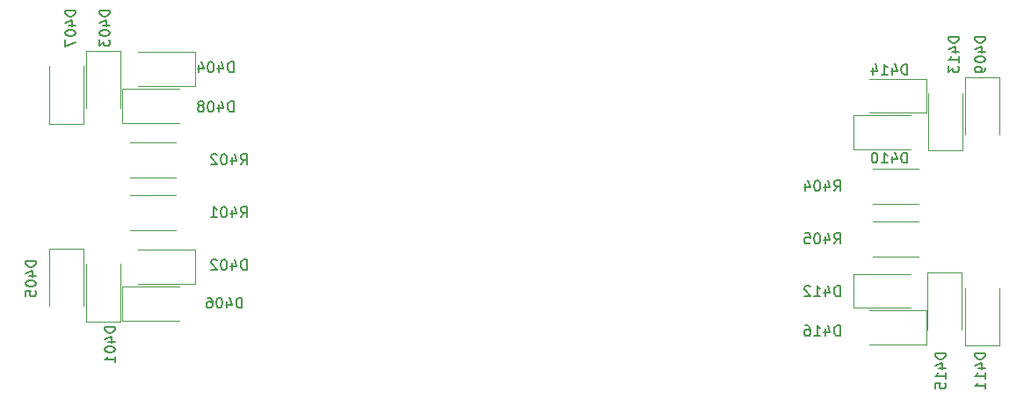
<source format=gbr>
%TF.GenerationSoftware,KiCad,Pcbnew,9.0.3*%
%TF.CreationDate,2025-10-17T11:05:45+02:00*%
%TF.ProjectId,PCB_Driver_Stepper,5043425f-4472-4697-9665-725f53746570,rev?*%
%TF.SameCoordinates,Original*%
%TF.FileFunction,Legend,Bot*%
%TF.FilePolarity,Positive*%
%FSLAX46Y46*%
G04 Gerber Fmt 4.6, Leading zero omitted, Abs format (unit mm)*
G04 Created by KiCad (PCBNEW 9.0.3) date 2025-10-17 11:05:45*
%MOMM*%
%LPD*%
G01*
G04 APERTURE LIST*
%ADD10C,0.150000*%
%ADD11C,0.120000*%
G04 APERTURE END LIST*
D10*
X110635475Y-94194819D02*
X110635475Y-93194819D01*
X110635475Y-93194819D02*
X110397380Y-93194819D01*
X110397380Y-93194819D02*
X110254523Y-93242438D01*
X110254523Y-93242438D02*
X110159285Y-93337676D01*
X110159285Y-93337676D02*
X110111666Y-93432914D01*
X110111666Y-93432914D02*
X110064047Y-93623390D01*
X110064047Y-93623390D02*
X110064047Y-93766247D01*
X110064047Y-93766247D02*
X110111666Y-93956723D01*
X110111666Y-93956723D02*
X110159285Y-94051961D01*
X110159285Y-94051961D02*
X110254523Y-94147200D01*
X110254523Y-94147200D02*
X110397380Y-94194819D01*
X110397380Y-94194819D02*
X110635475Y-94194819D01*
X109206904Y-93528152D02*
X109206904Y-94194819D01*
X109444999Y-93147200D02*
X109683094Y-93861485D01*
X109683094Y-93861485D02*
X109064047Y-93861485D01*
X108492618Y-93194819D02*
X108397380Y-93194819D01*
X108397380Y-93194819D02*
X108302142Y-93242438D01*
X108302142Y-93242438D02*
X108254523Y-93290057D01*
X108254523Y-93290057D02*
X108206904Y-93385295D01*
X108206904Y-93385295D02*
X108159285Y-93575771D01*
X108159285Y-93575771D02*
X108159285Y-93813866D01*
X108159285Y-93813866D02*
X108206904Y-94004342D01*
X108206904Y-94004342D02*
X108254523Y-94099580D01*
X108254523Y-94099580D02*
X108302142Y-94147200D01*
X108302142Y-94147200D02*
X108397380Y-94194819D01*
X108397380Y-94194819D02*
X108492618Y-94194819D01*
X108492618Y-94194819D02*
X108587856Y-94147200D01*
X108587856Y-94147200D02*
X108635475Y-94099580D01*
X108635475Y-94099580D02*
X108683094Y-94004342D01*
X108683094Y-94004342D02*
X108730713Y-93813866D01*
X108730713Y-93813866D02*
X108730713Y-93575771D01*
X108730713Y-93575771D02*
X108683094Y-93385295D01*
X108683094Y-93385295D02*
X108635475Y-93290057D01*
X108635475Y-93290057D02*
X108587856Y-93242438D01*
X108587856Y-93242438D02*
X108492618Y-93194819D01*
X107778332Y-93290057D02*
X107730713Y-93242438D01*
X107730713Y-93242438D02*
X107635475Y-93194819D01*
X107635475Y-93194819D02*
X107397380Y-93194819D01*
X107397380Y-93194819D02*
X107302142Y-93242438D01*
X107302142Y-93242438D02*
X107254523Y-93290057D01*
X107254523Y-93290057D02*
X107206904Y-93385295D01*
X107206904Y-93385295D02*
X107206904Y-93480533D01*
X107206904Y-93480533D02*
X107254523Y-93623390D01*
X107254523Y-93623390D02*
X107825951Y-94194819D01*
X107825951Y-94194819D02*
X107206904Y-94194819D01*
X174262475Y-75372819D02*
X174262475Y-74372819D01*
X174262475Y-74372819D02*
X174024380Y-74372819D01*
X174024380Y-74372819D02*
X173881523Y-74420438D01*
X173881523Y-74420438D02*
X173786285Y-74515676D01*
X173786285Y-74515676D02*
X173738666Y-74610914D01*
X173738666Y-74610914D02*
X173691047Y-74801390D01*
X173691047Y-74801390D02*
X173691047Y-74944247D01*
X173691047Y-74944247D02*
X173738666Y-75134723D01*
X173738666Y-75134723D02*
X173786285Y-75229961D01*
X173786285Y-75229961D02*
X173881523Y-75325200D01*
X173881523Y-75325200D02*
X174024380Y-75372819D01*
X174024380Y-75372819D02*
X174262475Y-75372819D01*
X172833904Y-74706152D02*
X172833904Y-75372819D01*
X173071999Y-74325200D02*
X173310094Y-75039485D01*
X173310094Y-75039485D02*
X172691047Y-75039485D01*
X171786285Y-75372819D02*
X172357713Y-75372819D01*
X172071999Y-75372819D02*
X172071999Y-74372819D01*
X172071999Y-74372819D02*
X172167237Y-74515676D01*
X172167237Y-74515676D02*
X172262475Y-74610914D01*
X172262475Y-74610914D02*
X172357713Y-74658533D01*
X170929142Y-74706152D02*
X170929142Y-75372819D01*
X171167237Y-74325200D02*
X171405332Y-75039485D01*
X171405332Y-75039485D02*
X170786285Y-75039485D01*
X177979819Y-102209524D02*
X176979819Y-102209524D01*
X176979819Y-102209524D02*
X176979819Y-102447619D01*
X176979819Y-102447619D02*
X177027438Y-102590476D01*
X177027438Y-102590476D02*
X177122676Y-102685714D01*
X177122676Y-102685714D02*
X177217914Y-102733333D01*
X177217914Y-102733333D02*
X177408390Y-102780952D01*
X177408390Y-102780952D02*
X177551247Y-102780952D01*
X177551247Y-102780952D02*
X177741723Y-102733333D01*
X177741723Y-102733333D02*
X177836961Y-102685714D01*
X177836961Y-102685714D02*
X177932200Y-102590476D01*
X177932200Y-102590476D02*
X177979819Y-102447619D01*
X177979819Y-102447619D02*
X177979819Y-102209524D01*
X177313152Y-103638095D02*
X177979819Y-103638095D01*
X176932200Y-103400000D02*
X177646485Y-103161905D01*
X177646485Y-103161905D02*
X177646485Y-103780952D01*
X177979819Y-104685714D02*
X177979819Y-104114286D01*
X177979819Y-104400000D02*
X176979819Y-104400000D01*
X176979819Y-104400000D02*
X177122676Y-104304762D01*
X177122676Y-104304762D02*
X177217914Y-104209524D01*
X177217914Y-104209524D02*
X177265533Y-104114286D01*
X176979819Y-105590476D02*
X176979819Y-105114286D01*
X176979819Y-105114286D02*
X177456009Y-105066667D01*
X177456009Y-105066667D02*
X177408390Y-105114286D01*
X177408390Y-105114286D02*
X177360771Y-105209524D01*
X177360771Y-105209524D02*
X177360771Y-105447619D01*
X177360771Y-105447619D02*
X177408390Y-105542857D01*
X177408390Y-105542857D02*
X177456009Y-105590476D01*
X177456009Y-105590476D02*
X177551247Y-105638095D01*
X177551247Y-105638095D02*
X177789342Y-105638095D01*
X177789342Y-105638095D02*
X177884580Y-105590476D01*
X177884580Y-105590476D02*
X177932200Y-105542857D01*
X177932200Y-105542857D02*
X177979819Y-105447619D01*
X177979819Y-105447619D02*
X177979819Y-105209524D01*
X177979819Y-105209524D02*
X177932200Y-105114286D01*
X177932200Y-105114286D02*
X177884580Y-105066667D01*
X167214047Y-91654819D02*
X167547380Y-91178628D01*
X167785475Y-91654819D02*
X167785475Y-90654819D01*
X167785475Y-90654819D02*
X167404523Y-90654819D01*
X167404523Y-90654819D02*
X167309285Y-90702438D01*
X167309285Y-90702438D02*
X167261666Y-90750057D01*
X167261666Y-90750057D02*
X167214047Y-90845295D01*
X167214047Y-90845295D02*
X167214047Y-90988152D01*
X167214047Y-90988152D02*
X167261666Y-91083390D01*
X167261666Y-91083390D02*
X167309285Y-91131009D01*
X167309285Y-91131009D02*
X167404523Y-91178628D01*
X167404523Y-91178628D02*
X167785475Y-91178628D01*
X166356904Y-90988152D02*
X166356904Y-91654819D01*
X166594999Y-90607200D02*
X166833094Y-91321485D01*
X166833094Y-91321485D02*
X166214047Y-91321485D01*
X165642618Y-90654819D02*
X165547380Y-90654819D01*
X165547380Y-90654819D02*
X165452142Y-90702438D01*
X165452142Y-90702438D02*
X165404523Y-90750057D01*
X165404523Y-90750057D02*
X165356904Y-90845295D01*
X165356904Y-90845295D02*
X165309285Y-91035771D01*
X165309285Y-91035771D02*
X165309285Y-91273866D01*
X165309285Y-91273866D02*
X165356904Y-91464342D01*
X165356904Y-91464342D02*
X165404523Y-91559580D01*
X165404523Y-91559580D02*
X165452142Y-91607200D01*
X165452142Y-91607200D02*
X165547380Y-91654819D01*
X165547380Y-91654819D02*
X165642618Y-91654819D01*
X165642618Y-91654819D02*
X165737856Y-91607200D01*
X165737856Y-91607200D02*
X165785475Y-91559580D01*
X165785475Y-91559580D02*
X165833094Y-91464342D01*
X165833094Y-91464342D02*
X165880713Y-91273866D01*
X165880713Y-91273866D02*
X165880713Y-91035771D01*
X165880713Y-91035771D02*
X165833094Y-90845295D01*
X165833094Y-90845295D02*
X165785475Y-90750057D01*
X165785475Y-90750057D02*
X165737856Y-90702438D01*
X165737856Y-90702438D02*
X165642618Y-90654819D01*
X164404523Y-90654819D02*
X164880713Y-90654819D01*
X164880713Y-90654819D02*
X164928332Y-91131009D01*
X164928332Y-91131009D02*
X164880713Y-91083390D01*
X164880713Y-91083390D02*
X164785475Y-91035771D01*
X164785475Y-91035771D02*
X164547380Y-91035771D01*
X164547380Y-91035771D02*
X164452142Y-91083390D01*
X164452142Y-91083390D02*
X164404523Y-91131009D01*
X164404523Y-91131009D02*
X164356904Y-91226247D01*
X164356904Y-91226247D02*
X164356904Y-91464342D01*
X164356904Y-91464342D02*
X164404523Y-91559580D01*
X164404523Y-91559580D02*
X164452142Y-91607200D01*
X164452142Y-91607200D02*
X164547380Y-91654819D01*
X164547380Y-91654819D02*
X164785475Y-91654819D01*
X164785475Y-91654819D02*
X164880713Y-91607200D01*
X164880713Y-91607200D02*
X164928332Y-91559580D01*
X97969819Y-99669524D02*
X96969819Y-99669524D01*
X96969819Y-99669524D02*
X96969819Y-99907619D01*
X96969819Y-99907619D02*
X97017438Y-100050476D01*
X97017438Y-100050476D02*
X97112676Y-100145714D01*
X97112676Y-100145714D02*
X97207914Y-100193333D01*
X97207914Y-100193333D02*
X97398390Y-100240952D01*
X97398390Y-100240952D02*
X97541247Y-100240952D01*
X97541247Y-100240952D02*
X97731723Y-100193333D01*
X97731723Y-100193333D02*
X97826961Y-100145714D01*
X97826961Y-100145714D02*
X97922200Y-100050476D01*
X97922200Y-100050476D02*
X97969819Y-99907619D01*
X97969819Y-99907619D02*
X97969819Y-99669524D01*
X97303152Y-101098095D02*
X97969819Y-101098095D01*
X96922200Y-100860000D02*
X97636485Y-100621905D01*
X97636485Y-100621905D02*
X97636485Y-101240952D01*
X96969819Y-101812381D02*
X96969819Y-101907619D01*
X96969819Y-101907619D02*
X97017438Y-102002857D01*
X97017438Y-102002857D02*
X97065057Y-102050476D01*
X97065057Y-102050476D02*
X97160295Y-102098095D01*
X97160295Y-102098095D02*
X97350771Y-102145714D01*
X97350771Y-102145714D02*
X97588866Y-102145714D01*
X97588866Y-102145714D02*
X97779342Y-102098095D01*
X97779342Y-102098095D02*
X97874580Y-102050476D01*
X97874580Y-102050476D02*
X97922200Y-102002857D01*
X97922200Y-102002857D02*
X97969819Y-101907619D01*
X97969819Y-101907619D02*
X97969819Y-101812381D01*
X97969819Y-101812381D02*
X97922200Y-101717143D01*
X97922200Y-101717143D02*
X97874580Y-101669524D01*
X97874580Y-101669524D02*
X97779342Y-101621905D01*
X97779342Y-101621905D02*
X97588866Y-101574286D01*
X97588866Y-101574286D02*
X97350771Y-101574286D01*
X97350771Y-101574286D02*
X97160295Y-101621905D01*
X97160295Y-101621905D02*
X97065057Y-101669524D01*
X97065057Y-101669524D02*
X97017438Y-101717143D01*
X97017438Y-101717143D02*
X96969819Y-101812381D01*
X97969819Y-103098095D02*
X97969819Y-102526667D01*
X97969819Y-102812381D02*
X96969819Y-102812381D01*
X96969819Y-102812381D02*
X97112676Y-102717143D01*
X97112676Y-102717143D02*
X97207914Y-102621905D01*
X97207914Y-102621905D02*
X97255533Y-102526667D01*
X167785475Y-96734819D02*
X167785475Y-95734819D01*
X167785475Y-95734819D02*
X167547380Y-95734819D01*
X167547380Y-95734819D02*
X167404523Y-95782438D01*
X167404523Y-95782438D02*
X167309285Y-95877676D01*
X167309285Y-95877676D02*
X167261666Y-95972914D01*
X167261666Y-95972914D02*
X167214047Y-96163390D01*
X167214047Y-96163390D02*
X167214047Y-96306247D01*
X167214047Y-96306247D02*
X167261666Y-96496723D01*
X167261666Y-96496723D02*
X167309285Y-96591961D01*
X167309285Y-96591961D02*
X167404523Y-96687200D01*
X167404523Y-96687200D02*
X167547380Y-96734819D01*
X167547380Y-96734819D02*
X167785475Y-96734819D01*
X166356904Y-96068152D02*
X166356904Y-96734819D01*
X166594999Y-95687200D02*
X166833094Y-96401485D01*
X166833094Y-96401485D02*
X166214047Y-96401485D01*
X165309285Y-96734819D02*
X165880713Y-96734819D01*
X165594999Y-96734819D02*
X165594999Y-95734819D01*
X165594999Y-95734819D02*
X165690237Y-95877676D01*
X165690237Y-95877676D02*
X165785475Y-95972914D01*
X165785475Y-95972914D02*
X165880713Y-96020533D01*
X164928332Y-95830057D02*
X164880713Y-95782438D01*
X164880713Y-95782438D02*
X164785475Y-95734819D01*
X164785475Y-95734819D02*
X164547380Y-95734819D01*
X164547380Y-95734819D02*
X164452142Y-95782438D01*
X164452142Y-95782438D02*
X164404523Y-95830057D01*
X164404523Y-95830057D02*
X164356904Y-95925295D01*
X164356904Y-95925295D02*
X164356904Y-96020533D01*
X164356904Y-96020533D02*
X164404523Y-96163390D01*
X164404523Y-96163390D02*
X164975951Y-96734819D01*
X164975951Y-96734819D02*
X164356904Y-96734819D01*
X110064047Y-89114819D02*
X110397380Y-88638628D01*
X110635475Y-89114819D02*
X110635475Y-88114819D01*
X110635475Y-88114819D02*
X110254523Y-88114819D01*
X110254523Y-88114819D02*
X110159285Y-88162438D01*
X110159285Y-88162438D02*
X110111666Y-88210057D01*
X110111666Y-88210057D02*
X110064047Y-88305295D01*
X110064047Y-88305295D02*
X110064047Y-88448152D01*
X110064047Y-88448152D02*
X110111666Y-88543390D01*
X110111666Y-88543390D02*
X110159285Y-88591009D01*
X110159285Y-88591009D02*
X110254523Y-88638628D01*
X110254523Y-88638628D02*
X110635475Y-88638628D01*
X109206904Y-88448152D02*
X109206904Y-89114819D01*
X109444999Y-88067200D02*
X109683094Y-88781485D01*
X109683094Y-88781485D02*
X109064047Y-88781485D01*
X108492618Y-88114819D02*
X108397380Y-88114819D01*
X108397380Y-88114819D02*
X108302142Y-88162438D01*
X108302142Y-88162438D02*
X108254523Y-88210057D01*
X108254523Y-88210057D02*
X108206904Y-88305295D01*
X108206904Y-88305295D02*
X108159285Y-88495771D01*
X108159285Y-88495771D02*
X108159285Y-88733866D01*
X108159285Y-88733866D02*
X108206904Y-88924342D01*
X108206904Y-88924342D02*
X108254523Y-89019580D01*
X108254523Y-89019580D02*
X108302142Y-89067200D01*
X108302142Y-89067200D02*
X108397380Y-89114819D01*
X108397380Y-89114819D02*
X108492618Y-89114819D01*
X108492618Y-89114819D02*
X108587856Y-89067200D01*
X108587856Y-89067200D02*
X108635475Y-89019580D01*
X108635475Y-89019580D02*
X108683094Y-88924342D01*
X108683094Y-88924342D02*
X108730713Y-88733866D01*
X108730713Y-88733866D02*
X108730713Y-88495771D01*
X108730713Y-88495771D02*
X108683094Y-88305295D01*
X108683094Y-88305295D02*
X108635475Y-88210057D01*
X108635475Y-88210057D02*
X108587856Y-88162438D01*
X108587856Y-88162438D02*
X108492618Y-88114819D01*
X107206904Y-89114819D02*
X107778332Y-89114819D01*
X107492618Y-89114819D02*
X107492618Y-88114819D01*
X107492618Y-88114819D02*
X107587856Y-88257676D01*
X107587856Y-88257676D02*
X107683094Y-88352914D01*
X107683094Y-88352914D02*
X107778332Y-88400533D01*
X167785475Y-100544819D02*
X167785475Y-99544819D01*
X167785475Y-99544819D02*
X167547380Y-99544819D01*
X167547380Y-99544819D02*
X167404523Y-99592438D01*
X167404523Y-99592438D02*
X167309285Y-99687676D01*
X167309285Y-99687676D02*
X167261666Y-99782914D01*
X167261666Y-99782914D02*
X167214047Y-99973390D01*
X167214047Y-99973390D02*
X167214047Y-100116247D01*
X167214047Y-100116247D02*
X167261666Y-100306723D01*
X167261666Y-100306723D02*
X167309285Y-100401961D01*
X167309285Y-100401961D02*
X167404523Y-100497200D01*
X167404523Y-100497200D02*
X167547380Y-100544819D01*
X167547380Y-100544819D02*
X167785475Y-100544819D01*
X166356904Y-99878152D02*
X166356904Y-100544819D01*
X166594999Y-99497200D02*
X166833094Y-100211485D01*
X166833094Y-100211485D02*
X166214047Y-100211485D01*
X165309285Y-100544819D02*
X165880713Y-100544819D01*
X165594999Y-100544819D02*
X165594999Y-99544819D01*
X165594999Y-99544819D02*
X165690237Y-99687676D01*
X165690237Y-99687676D02*
X165785475Y-99782914D01*
X165785475Y-99782914D02*
X165880713Y-99830533D01*
X164452142Y-99544819D02*
X164642618Y-99544819D01*
X164642618Y-99544819D02*
X164737856Y-99592438D01*
X164737856Y-99592438D02*
X164785475Y-99640057D01*
X164785475Y-99640057D02*
X164880713Y-99782914D01*
X164880713Y-99782914D02*
X164928332Y-99973390D01*
X164928332Y-99973390D02*
X164928332Y-100354342D01*
X164928332Y-100354342D02*
X164880713Y-100449580D01*
X164880713Y-100449580D02*
X164833094Y-100497200D01*
X164833094Y-100497200D02*
X164737856Y-100544819D01*
X164737856Y-100544819D02*
X164547380Y-100544819D01*
X164547380Y-100544819D02*
X164452142Y-100497200D01*
X164452142Y-100497200D02*
X164404523Y-100449580D01*
X164404523Y-100449580D02*
X164356904Y-100354342D01*
X164356904Y-100354342D02*
X164356904Y-100116247D01*
X164356904Y-100116247D02*
X164404523Y-100021009D01*
X164404523Y-100021009D02*
X164452142Y-99973390D01*
X164452142Y-99973390D02*
X164547380Y-99925771D01*
X164547380Y-99925771D02*
X164737856Y-99925771D01*
X164737856Y-99925771D02*
X164833094Y-99973390D01*
X164833094Y-99973390D02*
X164880713Y-100021009D01*
X164880713Y-100021009D02*
X164928332Y-100116247D01*
X181789819Y-71729524D02*
X180789819Y-71729524D01*
X180789819Y-71729524D02*
X180789819Y-71967619D01*
X180789819Y-71967619D02*
X180837438Y-72110476D01*
X180837438Y-72110476D02*
X180932676Y-72205714D01*
X180932676Y-72205714D02*
X181027914Y-72253333D01*
X181027914Y-72253333D02*
X181218390Y-72300952D01*
X181218390Y-72300952D02*
X181361247Y-72300952D01*
X181361247Y-72300952D02*
X181551723Y-72253333D01*
X181551723Y-72253333D02*
X181646961Y-72205714D01*
X181646961Y-72205714D02*
X181742200Y-72110476D01*
X181742200Y-72110476D02*
X181789819Y-71967619D01*
X181789819Y-71967619D02*
X181789819Y-71729524D01*
X181123152Y-73158095D02*
X181789819Y-73158095D01*
X180742200Y-72920000D02*
X181456485Y-72681905D01*
X181456485Y-72681905D02*
X181456485Y-73300952D01*
X180789819Y-73872381D02*
X180789819Y-73967619D01*
X180789819Y-73967619D02*
X180837438Y-74062857D01*
X180837438Y-74062857D02*
X180885057Y-74110476D01*
X180885057Y-74110476D02*
X180980295Y-74158095D01*
X180980295Y-74158095D02*
X181170771Y-74205714D01*
X181170771Y-74205714D02*
X181408866Y-74205714D01*
X181408866Y-74205714D02*
X181599342Y-74158095D01*
X181599342Y-74158095D02*
X181694580Y-74110476D01*
X181694580Y-74110476D02*
X181742200Y-74062857D01*
X181742200Y-74062857D02*
X181789819Y-73967619D01*
X181789819Y-73967619D02*
X181789819Y-73872381D01*
X181789819Y-73872381D02*
X181742200Y-73777143D01*
X181742200Y-73777143D02*
X181694580Y-73729524D01*
X181694580Y-73729524D02*
X181599342Y-73681905D01*
X181599342Y-73681905D02*
X181408866Y-73634286D01*
X181408866Y-73634286D02*
X181170771Y-73634286D01*
X181170771Y-73634286D02*
X180980295Y-73681905D01*
X180980295Y-73681905D02*
X180885057Y-73729524D01*
X180885057Y-73729524D02*
X180837438Y-73777143D01*
X180837438Y-73777143D02*
X180789819Y-73872381D01*
X181789819Y-74681905D02*
X181789819Y-74872381D01*
X181789819Y-74872381D02*
X181742200Y-74967619D01*
X181742200Y-74967619D02*
X181694580Y-75015238D01*
X181694580Y-75015238D02*
X181551723Y-75110476D01*
X181551723Y-75110476D02*
X181361247Y-75158095D01*
X181361247Y-75158095D02*
X180980295Y-75158095D01*
X180980295Y-75158095D02*
X180885057Y-75110476D01*
X180885057Y-75110476D02*
X180837438Y-75062857D01*
X180837438Y-75062857D02*
X180789819Y-74967619D01*
X180789819Y-74967619D02*
X180789819Y-74777143D01*
X180789819Y-74777143D02*
X180837438Y-74681905D01*
X180837438Y-74681905D02*
X180885057Y-74634286D01*
X180885057Y-74634286D02*
X180980295Y-74586667D01*
X180980295Y-74586667D02*
X181218390Y-74586667D01*
X181218390Y-74586667D02*
X181313628Y-74634286D01*
X181313628Y-74634286D02*
X181361247Y-74681905D01*
X181361247Y-74681905D02*
X181408866Y-74777143D01*
X181408866Y-74777143D02*
X181408866Y-74967619D01*
X181408866Y-74967619D02*
X181361247Y-75062857D01*
X181361247Y-75062857D02*
X181313628Y-75110476D01*
X181313628Y-75110476D02*
X181218390Y-75158095D01*
X167214047Y-86574819D02*
X167547380Y-86098628D01*
X167785475Y-86574819D02*
X167785475Y-85574819D01*
X167785475Y-85574819D02*
X167404523Y-85574819D01*
X167404523Y-85574819D02*
X167309285Y-85622438D01*
X167309285Y-85622438D02*
X167261666Y-85670057D01*
X167261666Y-85670057D02*
X167214047Y-85765295D01*
X167214047Y-85765295D02*
X167214047Y-85908152D01*
X167214047Y-85908152D02*
X167261666Y-86003390D01*
X167261666Y-86003390D02*
X167309285Y-86051009D01*
X167309285Y-86051009D02*
X167404523Y-86098628D01*
X167404523Y-86098628D02*
X167785475Y-86098628D01*
X166356904Y-85908152D02*
X166356904Y-86574819D01*
X166594999Y-85527200D02*
X166833094Y-86241485D01*
X166833094Y-86241485D02*
X166214047Y-86241485D01*
X165642618Y-85574819D02*
X165547380Y-85574819D01*
X165547380Y-85574819D02*
X165452142Y-85622438D01*
X165452142Y-85622438D02*
X165404523Y-85670057D01*
X165404523Y-85670057D02*
X165356904Y-85765295D01*
X165356904Y-85765295D02*
X165309285Y-85955771D01*
X165309285Y-85955771D02*
X165309285Y-86193866D01*
X165309285Y-86193866D02*
X165356904Y-86384342D01*
X165356904Y-86384342D02*
X165404523Y-86479580D01*
X165404523Y-86479580D02*
X165452142Y-86527200D01*
X165452142Y-86527200D02*
X165547380Y-86574819D01*
X165547380Y-86574819D02*
X165642618Y-86574819D01*
X165642618Y-86574819D02*
X165737856Y-86527200D01*
X165737856Y-86527200D02*
X165785475Y-86479580D01*
X165785475Y-86479580D02*
X165833094Y-86384342D01*
X165833094Y-86384342D02*
X165880713Y-86193866D01*
X165880713Y-86193866D02*
X165880713Y-85955771D01*
X165880713Y-85955771D02*
X165833094Y-85765295D01*
X165833094Y-85765295D02*
X165785475Y-85670057D01*
X165785475Y-85670057D02*
X165737856Y-85622438D01*
X165737856Y-85622438D02*
X165642618Y-85574819D01*
X164452142Y-85908152D02*
X164452142Y-86574819D01*
X164690237Y-85527200D02*
X164928332Y-86241485D01*
X164928332Y-86241485D02*
X164309285Y-86241485D01*
X90349819Y-93319524D02*
X89349819Y-93319524D01*
X89349819Y-93319524D02*
X89349819Y-93557619D01*
X89349819Y-93557619D02*
X89397438Y-93700476D01*
X89397438Y-93700476D02*
X89492676Y-93795714D01*
X89492676Y-93795714D02*
X89587914Y-93843333D01*
X89587914Y-93843333D02*
X89778390Y-93890952D01*
X89778390Y-93890952D02*
X89921247Y-93890952D01*
X89921247Y-93890952D02*
X90111723Y-93843333D01*
X90111723Y-93843333D02*
X90206961Y-93795714D01*
X90206961Y-93795714D02*
X90302200Y-93700476D01*
X90302200Y-93700476D02*
X90349819Y-93557619D01*
X90349819Y-93557619D02*
X90349819Y-93319524D01*
X89683152Y-94748095D02*
X90349819Y-94748095D01*
X89302200Y-94510000D02*
X90016485Y-94271905D01*
X90016485Y-94271905D02*
X90016485Y-94890952D01*
X89349819Y-95462381D02*
X89349819Y-95557619D01*
X89349819Y-95557619D02*
X89397438Y-95652857D01*
X89397438Y-95652857D02*
X89445057Y-95700476D01*
X89445057Y-95700476D02*
X89540295Y-95748095D01*
X89540295Y-95748095D02*
X89730771Y-95795714D01*
X89730771Y-95795714D02*
X89968866Y-95795714D01*
X89968866Y-95795714D02*
X90159342Y-95748095D01*
X90159342Y-95748095D02*
X90254580Y-95700476D01*
X90254580Y-95700476D02*
X90302200Y-95652857D01*
X90302200Y-95652857D02*
X90349819Y-95557619D01*
X90349819Y-95557619D02*
X90349819Y-95462381D01*
X90349819Y-95462381D02*
X90302200Y-95367143D01*
X90302200Y-95367143D02*
X90254580Y-95319524D01*
X90254580Y-95319524D02*
X90159342Y-95271905D01*
X90159342Y-95271905D02*
X89968866Y-95224286D01*
X89968866Y-95224286D02*
X89730771Y-95224286D01*
X89730771Y-95224286D02*
X89540295Y-95271905D01*
X89540295Y-95271905D02*
X89445057Y-95319524D01*
X89445057Y-95319524D02*
X89397438Y-95367143D01*
X89397438Y-95367143D02*
X89349819Y-95462381D01*
X89349819Y-96700476D02*
X89349819Y-96224286D01*
X89349819Y-96224286D02*
X89826009Y-96176667D01*
X89826009Y-96176667D02*
X89778390Y-96224286D01*
X89778390Y-96224286D02*
X89730771Y-96319524D01*
X89730771Y-96319524D02*
X89730771Y-96557619D01*
X89730771Y-96557619D02*
X89778390Y-96652857D01*
X89778390Y-96652857D02*
X89826009Y-96700476D01*
X89826009Y-96700476D02*
X89921247Y-96748095D01*
X89921247Y-96748095D02*
X90159342Y-96748095D01*
X90159342Y-96748095D02*
X90254580Y-96700476D01*
X90254580Y-96700476D02*
X90302200Y-96652857D01*
X90302200Y-96652857D02*
X90349819Y-96557619D01*
X90349819Y-96557619D02*
X90349819Y-96319524D01*
X90349819Y-96319524D02*
X90302200Y-96224286D01*
X90302200Y-96224286D02*
X90254580Y-96176667D01*
X109365475Y-78954819D02*
X109365475Y-77954819D01*
X109365475Y-77954819D02*
X109127380Y-77954819D01*
X109127380Y-77954819D02*
X108984523Y-78002438D01*
X108984523Y-78002438D02*
X108889285Y-78097676D01*
X108889285Y-78097676D02*
X108841666Y-78192914D01*
X108841666Y-78192914D02*
X108794047Y-78383390D01*
X108794047Y-78383390D02*
X108794047Y-78526247D01*
X108794047Y-78526247D02*
X108841666Y-78716723D01*
X108841666Y-78716723D02*
X108889285Y-78811961D01*
X108889285Y-78811961D02*
X108984523Y-78907200D01*
X108984523Y-78907200D02*
X109127380Y-78954819D01*
X109127380Y-78954819D02*
X109365475Y-78954819D01*
X107936904Y-78288152D02*
X107936904Y-78954819D01*
X108174999Y-77907200D02*
X108413094Y-78621485D01*
X108413094Y-78621485D02*
X107794047Y-78621485D01*
X107222618Y-77954819D02*
X107127380Y-77954819D01*
X107127380Y-77954819D02*
X107032142Y-78002438D01*
X107032142Y-78002438D02*
X106984523Y-78050057D01*
X106984523Y-78050057D02*
X106936904Y-78145295D01*
X106936904Y-78145295D02*
X106889285Y-78335771D01*
X106889285Y-78335771D02*
X106889285Y-78573866D01*
X106889285Y-78573866D02*
X106936904Y-78764342D01*
X106936904Y-78764342D02*
X106984523Y-78859580D01*
X106984523Y-78859580D02*
X107032142Y-78907200D01*
X107032142Y-78907200D02*
X107127380Y-78954819D01*
X107127380Y-78954819D02*
X107222618Y-78954819D01*
X107222618Y-78954819D02*
X107317856Y-78907200D01*
X107317856Y-78907200D02*
X107365475Y-78859580D01*
X107365475Y-78859580D02*
X107413094Y-78764342D01*
X107413094Y-78764342D02*
X107460713Y-78573866D01*
X107460713Y-78573866D02*
X107460713Y-78335771D01*
X107460713Y-78335771D02*
X107413094Y-78145295D01*
X107413094Y-78145295D02*
X107365475Y-78050057D01*
X107365475Y-78050057D02*
X107317856Y-78002438D01*
X107317856Y-78002438D02*
X107222618Y-77954819D01*
X106317856Y-78383390D02*
X106413094Y-78335771D01*
X106413094Y-78335771D02*
X106460713Y-78288152D01*
X106460713Y-78288152D02*
X106508332Y-78192914D01*
X106508332Y-78192914D02*
X106508332Y-78145295D01*
X106508332Y-78145295D02*
X106460713Y-78050057D01*
X106460713Y-78050057D02*
X106413094Y-78002438D01*
X106413094Y-78002438D02*
X106317856Y-77954819D01*
X106317856Y-77954819D02*
X106127380Y-77954819D01*
X106127380Y-77954819D02*
X106032142Y-78002438D01*
X106032142Y-78002438D02*
X105984523Y-78050057D01*
X105984523Y-78050057D02*
X105936904Y-78145295D01*
X105936904Y-78145295D02*
X105936904Y-78192914D01*
X105936904Y-78192914D02*
X105984523Y-78288152D01*
X105984523Y-78288152D02*
X106032142Y-78335771D01*
X106032142Y-78335771D02*
X106127380Y-78383390D01*
X106127380Y-78383390D02*
X106317856Y-78383390D01*
X106317856Y-78383390D02*
X106413094Y-78431009D01*
X106413094Y-78431009D02*
X106460713Y-78478628D01*
X106460713Y-78478628D02*
X106508332Y-78573866D01*
X106508332Y-78573866D02*
X106508332Y-78764342D01*
X106508332Y-78764342D02*
X106460713Y-78859580D01*
X106460713Y-78859580D02*
X106413094Y-78907200D01*
X106413094Y-78907200D02*
X106317856Y-78954819D01*
X106317856Y-78954819D02*
X106127380Y-78954819D01*
X106127380Y-78954819D02*
X106032142Y-78907200D01*
X106032142Y-78907200D02*
X105984523Y-78859580D01*
X105984523Y-78859580D02*
X105936904Y-78764342D01*
X105936904Y-78764342D02*
X105936904Y-78573866D01*
X105936904Y-78573866D02*
X105984523Y-78478628D01*
X105984523Y-78478628D02*
X106032142Y-78431009D01*
X106032142Y-78431009D02*
X106127380Y-78383390D01*
X97461819Y-69189524D02*
X96461819Y-69189524D01*
X96461819Y-69189524D02*
X96461819Y-69427619D01*
X96461819Y-69427619D02*
X96509438Y-69570476D01*
X96509438Y-69570476D02*
X96604676Y-69665714D01*
X96604676Y-69665714D02*
X96699914Y-69713333D01*
X96699914Y-69713333D02*
X96890390Y-69760952D01*
X96890390Y-69760952D02*
X97033247Y-69760952D01*
X97033247Y-69760952D02*
X97223723Y-69713333D01*
X97223723Y-69713333D02*
X97318961Y-69665714D01*
X97318961Y-69665714D02*
X97414200Y-69570476D01*
X97414200Y-69570476D02*
X97461819Y-69427619D01*
X97461819Y-69427619D02*
X97461819Y-69189524D01*
X96795152Y-70618095D02*
X97461819Y-70618095D01*
X96414200Y-70380000D02*
X97128485Y-70141905D01*
X97128485Y-70141905D02*
X97128485Y-70760952D01*
X96461819Y-71332381D02*
X96461819Y-71427619D01*
X96461819Y-71427619D02*
X96509438Y-71522857D01*
X96509438Y-71522857D02*
X96557057Y-71570476D01*
X96557057Y-71570476D02*
X96652295Y-71618095D01*
X96652295Y-71618095D02*
X96842771Y-71665714D01*
X96842771Y-71665714D02*
X97080866Y-71665714D01*
X97080866Y-71665714D02*
X97271342Y-71618095D01*
X97271342Y-71618095D02*
X97366580Y-71570476D01*
X97366580Y-71570476D02*
X97414200Y-71522857D01*
X97414200Y-71522857D02*
X97461819Y-71427619D01*
X97461819Y-71427619D02*
X97461819Y-71332381D01*
X97461819Y-71332381D02*
X97414200Y-71237143D01*
X97414200Y-71237143D02*
X97366580Y-71189524D01*
X97366580Y-71189524D02*
X97271342Y-71141905D01*
X97271342Y-71141905D02*
X97080866Y-71094286D01*
X97080866Y-71094286D02*
X96842771Y-71094286D01*
X96842771Y-71094286D02*
X96652295Y-71141905D01*
X96652295Y-71141905D02*
X96557057Y-71189524D01*
X96557057Y-71189524D02*
X96509438Y-71237143D01*
X96509438Y-71237143D02*
X96461819Y-71332381D01*
X96461819Y-71999048D02*
X96461819Y-72618095D01*
X96461819Y-72618095D02*
X96842771Y-72284762D01*
X96842771Y-72284762D02*
X96842771Y-72427619D01*
X96842771Y-72427619D02*
X96890390Y-72522857D01*
X96890390Y-72522857D02*
X96938009Y-72570476D01*
X96938009Y-72570476D02*
X97033247Y-72618095D01*
X97033247Y-72618095D02*
X97271342Y-72618095D01*
X97271342Y-72618095D02*
X97366580Y-72570476D01*
X97366580Y-72570476D02*
X97414200Y-72522857D01*
X97414200Y-72522857D02*
X97461819Y-72427619D01*
X97461819Y-72427619D02*
X97461819Y-72141905D01*
X97461819Y-72141905D02*
X97414200Y-72046667D01*
X97414200Y-72046667D02*
X97366580Y-71999048D01*
X109365475Y-75144819D02*
X109365475Y-74144819D01*
X109365475Y-74144819D02*
X109127380Y-74144819D01*
X109127380Y-74144819D02*
X108984523Y-74192438D01*
X108984523Y-74192438D02*
X108889285Y-74287676D01*
X108889285Y-74287676D02*
X108841666Y-74382914D01*
X108841666Y-74382914D02*
X108794047Y-74573390D01*
X108794047Y-74573390D02*
X108794047Y-74716247D01*
X108794047Y-74716247D02*
X108841666Y-74906723D01*
X108841666Y-74906723D02*
X108889285Y-75001961D01*
X108889285Y-75001961D02*
X108984523Y-75097200D01*
X108984523Y-75097200D02*
X109127380Y-75144819D01*
X109127380Y-75144819D02*
X109365475Y-75144819D01*
X107936904Y-74478152D02*
X107936904Y-75144819D01*
X108174999Y-74097200D02*
X108413094Y-74811485D01*
X108413094Y-74811485D02*
X107794047Y-74811485D01*
X107222618Y-74144819D02*
X107127380Y-74144819D01*
X107127380Y-74144819D02*
X107032142Y-74192438D01*
X107032142Y-74192438D02*
X106984523Y-74240057D01*
X106984523Y-74240057D02*
X106936904Y-74335295D01*
X106936904Y-74335295D02*
X106889285Y-74525771D01*
X106889285Y-74525771D02*
X106889285Y-74763866D01*
X106889285Y-74763866D02*
X106936904Y-74954342D01*
X106936904Y-74954342D02*
X106984523Y-75049580D01*
X106984523Y-75049580D02*
X107032142Y-75097200D01*
X107032142Y-75097200D02*
X107127380Y-75144819D01*
X107127380Y-75144819D02*
X107222618Y-75144819D01*
X107222618Y-75144819D02*
X107317856Y-75097200D01*
X107317856Y-75097200D02*
X107365475Y-75049580D01*
X107365475Y-75049580D02*
X107413094Y-74954342D01*
X107413094Y-74954342D02*
X107460713Y-74763866D01*
X107460713Y-74763866D02*
X107460713Y-74525771D01*
X107460713Y-74525771D02*
X107413094Y-74335295D01*
X107413094Y-74335295D02*
X107365475Y-74240057D01*
X107365475Y-74240057D02*
X107317856Y-74192438D01*
X107317856Y-74192438D02*
X107222618Y-74144819D01*
X106032142Y-74478152D02*
X106032142Y-75144819D01*
X106270237Y-74097200D02*
X106508332Y-74811485D01*
X106508332Y-74811485D02*
X105889285Y-74811485D01*
X110064047Y-84034819D02*
X110397380Y-83558628D01*
X110635475Y-84034819D02*
X110635475Y-83034819D01*
X110635475Y-83034819D02*
X110254523Y-83034819D01*
X110254523Y-83034819D02*
X110159285Y-83082438D01*
X110159285Y-83082438D02*
X110111666Y-83130057D01*
X110111666Y-83130057D02*
X110064047Y-83225295D01*
X110064047Y-83225295D02*
X110064047Y-83368152D01*
X110064047Y-83368152D02*
X110111666Y-83463390D01*
X110111666Y-83463390D02*
X110159285Y-83511009D01*
X110159285Y-83511009D02*
X110254523Y-83558628D01*
X110254523Y-83558628D02*
X110635475Y-83558628D01*
X109206904Y-83368152D02*
X109206904Y-84034819D01*
X109444999Y-82987200D02*
X109683094Y-83701485D01*
X109683094Y-83701485D02*
X109064047Y-83701485D01*
X108492618Y-83034819D02*
X108397380Y-83034819D01*
X108397380Y-83034819D02*
X108302142Y-83082438D01*
X108302142Y-83082438D02*
X108254523Y-83130057D01*
X108254523Y-83130057D02*
X108206904Y-83225295D01*
X108206904Y-83225295D02*
X108159285Y-83415771D01*
X108159285Y-83415771D02*
X108159285Y-83653866D01*
X108159285Y-83653866D02*
X108206904Y-83844342D01*
X108206904Y-83844342D02*
X108254523Y-83939580D01*
X108254523Y-83939580D02*
X108302142Y-83987200D01*
X108302142Y-83987200D02*
X108397380Y-84034819D01*
X108397380Y-84034819D02*
X108492618Y-84034819D01*
X108492618Y-84034819D02*
X108587856Y-83987200D01*
X108587856Y-83987200D02*
X108635475Y-83939580D01*
X108635475Y-83939580D02*
X108683094Y-83844342D01*
X108683094Y-83844342D02*
X108730713Y-83653866D01*
X108730713Y-83653866D02*
X108730713Y-83415771D01*
X108730713Y-83415771D02*
X108683094Y-83225295D01*
X108683094Y-83225295D02*
X108635475Y-83130057D01*
X108635475Y-83130057D02*
X108587856Y-83082438D01*
X108587856Y-83082438D02*
X108492618Y-83034819D01*
X107778332Y-83130057D02*
X107730713Y-83082438D01*
X107730713Y-83082438D02*
X107635475Y-83034819D01*
X107635475Y-83034819D02*
X107397380Y-83034819D01*
X107397380Y-83034819D02*
X107302142Y-83082438D01*
X107302142Y-83082438D02*
X107254523Y-83130057D01*
X107254523Y-83130057D02*
X107206904Y-83225295D01*
X107206904Y-83225295D02*
X107206904Y-83320533D01*
X107206904Y-83320533D02*
X107254523Y-83463390D01*
X107254523Y-83463390D02*
X107825951Y-84034819D01*
X107825951Y-84034819D02*
X107206904Y-84034819D01*
X94159819Y-69189524D02*
X93159819Y-69189524D01*
X93159819Y-69189524D02*
X93159819Y-69427619D01*
X93159819Y-69427619D02*
X93207438Y-69570476D01*
X93207438Y-69570476D02*
X93302676Y-69665714D01*
X93302676Y-69665714D02*
X93397914Y-69713333D01*
X93397914Y-69713333D02*
X93588390Y-69760952D01*
X93588390Y-69760952D02*
X93731247Y-69760952D01*
X93731247Y-69760952D02*
X93921723Y-69713333D01*
X93921723Y-69713333D02*
X94016961Y-69665714D01*
X94016961Y-69665714D02*
X94112200Y-69570476D01*
X94112200Y-69570476D02*
X94159819Y-69427619D01*
X94159819Y-69427619D02*
X94159819Y-69189524D01*
X93493152Y-70618095D02*
X94159819Y-70618095D01*
X93112200Y-70380000D02*
X93826485Y-70141905D01*
X93826485Y-70141905D02*
X93826485Y-70760952D01*
X93159819Y-71332381D02*
X93159819Y-71427619D01*
X93159819Y-71427619D02*
X93207438Y-71522857D01*
X93207438Y-71522857D02*
X93255057Y-71570476D01*
X93255057Y-71570476D02*
X93350295Y-71618095D01*
X93350295Y-71618095D02*
X93540771Y-71665714D01*
X93540771Y-71665714D02*
X93778866Y-71665714D01*
X93778866Y-71665714D02*
X93969342Y-71618095D01*
X93969342Y-71618095D02*
X94064580Y-71570476D01*
X94064580Y-71570476D02*
X94112200Y-71522857D01*
X94112200Y-71522857D02*
X94159819Y-71427619D01*
X94159819Y-71427619D02*
X94159819Y-71332381D01*
X94159819Y-71332381D02*
X94112200Y-71237143D01*
X94112200Y-71237143D02*
X94064580Y-71189524D01*
X94064580Y-71189524D02*
X93969342Y-71141905D01*
X93969342Y-71141905D02*
X93778866Y-71094286D01*
X93778866Y-71094286D02*
X93540771Y-71094286D01*
X93540771Y-71094286D02*
X93350295Y-71141905D01*
X93350295Y-71141905D02*
X93255057Y-71189524D01*
X93255057Y-71189524D02*
X93207438Y-71237143D01*
X93207438Y-71237143D02*
X93159819Y-71332381D01*
X93159819Y-71999048D02*
X93159819Y-72665714D01*
X93159819Y-72665714D02*
X94159819Y-72237143D01*
X179249819Y-71729524D02*
X178249819Y-71729524D01*
X178249819Y-71729524D02*
X178249819Y-71967619D01*
X178249819Y-71967619D02*
X178297438Y-72110476D01*
X178297438Y-72110476D02*
X178392676Y-72205714D01*
X178392676Y-72205714D02*
X178487914Y-72253333D01*
X178487914Y-72253333D02*
X178678390Y-72300952D01*
X178678390Y-72300952D02*
X178821247Y-72300952D01*
X178821247Y-72300952D02*
X179011723Y-72253333D01*
X179011723Y-72253333D02*
X179106961Y-72205714D01*
X179106961Y-72205714D02*
X179202200Y-72110476D01*
X179202200Y-72110476D02*
X179249819Y-71967619D01*
X179249819Y-71967619D02*
X179249819Y-71729524D01*
X178583152Y-73158095D02*
X179249819Y-73158095D01*
X178202200Y-72920000D02*
X178916485Y-72681905D01*
X178916485Y-72681905D02*
X178916485Y-73300952D01*
X179249819Y-74205714D02*
X179249819Y-73634286D01*
X179249819Y-73920000D02*
X178249819Y-73920000D01*
X178249819Y-73920000D02*
X178392676Y-73824762D01*
X178392676Y-73824762D02*
X178487914Y-73729524D01*
X178487914Y-73729524D02*
X178535533Y-73634286D01*
X178249819Y-74539048D02*
X178249819Y-75158095D01*
X178249819Y-75158095D02*
X178630771Y-74824762D01*
X178630771Y-74824762D02*
X178630771Y-74967619D01*
X178630771Y-74967619D02*
X178678390Y-75062857D01*
X178678390Y-75062857D02*
X178726009Y-75110476D01*
X178726009Y-75110476D02*
X178821247Y-75158095D01*
X178821247Y-75158095D02*
X179059342Y-75158095D01*
X179059342Y-75158095D02*
X179154580Y-75110476D01*
X179154580Y-75110476D02*
X179202200Y-75062857D01*
X179202200Y-75062857D02*
X179249819Y-74967619D01*
X179249819Y-74967619D02*
X179249819Y-74681905D01*
X179249819Y-74681905D02*
X179202200Y-74586667D01*
X179202200Y-74586667D02*
X179154580Y-74539048D01*
X181789819Y-102209524D02*
X180789819Y-102209524D01*
X180789819Y-102209524D02*
X180789819Y-102447619D01*
X180789819Y-102447619D02*
X180837438Y-102590476D01*
X180837438Y-102590476D02*
X180932676Y-102685714D01*
X180932676Y-102685714D02*
X181027914Y-102733333D01*
X181027914Y-102733333D02*
X181218390Y-102780952D01*
X181218390Y-102780952D02*
X181361247Y-102780952D01*
X181361247Y-102780952D02*
X181551723Y-102733333D01*
X181551723Y-102733333D02*
X181646961Y-102685714D01*
X181646961Y-102685714D02*
X181742200Y-102590476D01*
X181742200Y-102590476D02*
X181789819Y-102447619D01*
X181789819Y-102447619D02*
X181789819Y-102209524D01*
X181123152Y-103638095D02*
X181789819Y-103638095D01*
X180742200Y-103400000D02*
X181456485Y-103161905D01*
X181456485Y-103161905D02*
X181456485Y-103780952D01*
X181789819Y-104685714D02*
X181789819Y-104114286D01*
X181789819Y-104400000D02*
X180789819Y-104400000D01*
X180789819Y-104400000D02*
X180932676Y-104304762D01*
X180932676Y-104304762D02*
X181027914Y-104209524D01*
X181027914Y-104209524D02*
X181075533Y-104114286D01*
X181789819Y-105638095D02*
X181789819Y-105066667D01*
X181789819Y-105352381D02*
X180789819Y-105352381D01*
X180789819Y-105352381D02*
X180932676Y-105257143D01*
X180932676Y-105257143D02*
X181027914Y-105161905D01*
X181027914Y-105161905D02*
X181075533Y-105066667D01*
X110183075Y-97861819D02*
X110183075Y-96861819D01*
X110183075Y-96861819D02*
X109944980Y-96861819D01*
X109944980Y-96861819D02*
X109802123Y-96909438D01*
X109802123Y-96909438D02*
X109706885Y-97004676D01*
X109706885Y-97004676D02*
X109659266Y-97099914D01*
X109659266Y-97099914D02*
X109611647Y-97290390D01*
X109611647Y-97290390D02*
X109611647Y-97433247D01*
X109611647Y-97433247D02*
X109659266Y-97623723D01*
X109659266Y-97623723D02*
X109706885Y-97718961D01*
X109706885Y-97718961D02*
X109802123Y-97814200D01*
X109802123Y-97814200D02*
X109944980Y-97861819D01*
X109944980Y-97861819D02*
X110183075Y-97861819D01*
X108754504Y-97195152D02*
X108754504Y-97861819D01*
X108992599Y-96814200D02*
X109230694Y-97528485D01*
X109230694Y-97528485D02*
X108611647Y-97528485D01*
X108040218Y-96861819D02*
X107944980Y-96861819D01*
X107944980Y-96861819D02*
X107849742Y-96909438D01*
X107849742Y-96909438D02*
X107802123Y-96957057D01*
X107802123Y-96957057D02*
X107754504Y-97052295D01*
X107754504Y-97052295D02*
X107706885Y-97242771D01*
X107706885Y-97242771D02*
X107706885Y-97480866D01*
X107706885Y-97480866D02*
X107754504Y-97671342D01*
X107754504Y-97671342D02*
X107802123Y-97766580D01*
X107802123Y-97766580D02*
X107849742Y-97814200D01*
X107849742Y-97814200D02*
X107944980Y-97861819D01*
X107944980Y-97861819D02*
X108040218Y-97861819D01*
X108040218Y-97861819D02*
X108135456Y-97814200D01*
X108135456Y-97814200D02*
X108183075Y-97766580D01*
X108183075Y-97766580D02*
X108230694Y-97671342D01*
X108230694Y-97671342D02*
X108278313Y-97480866D01*
X108278313Y-97480866D02*
X108278313Y-97242771D01*
X108278313Y-97242771D02*
X108230694Y-97052295D01*
X108230694Y-97052295D02*
X108183075Y-96957057D01*
X108183075Y-96957057D02*
X108135456Y-96909438D01*
X108135456Y-96909438D02*
X108040218Y-96861819D01*
X106849742Y-96861819D02*
X107040218Y-96861819D01*
X107040218Y-96861819D02*
X107135456Y-96909438D01*
X107135456Y-96909438D02*
X107183075Y-96957057D01*
X107183075Y-96957057D02*
X107278313Y-97099914D01*
X107278313Y-97099914D02*
X107325932Y-97290390D01*
X107325932Y-97290390D02*
X107325932Y-97671342D01*
X107325932Y-97671342D02*
X107278313Y-97766580D01*
X107278313Y-97766580D02*
X107230694Y-97814200D01*
X107230694Y-97814200D02*
X107135456Y-97861819D01*
X107135456Y-97861819D02*
X106944980Y-97861819D01*
X106944980Y-97861819D02*
X106849742Y-97814200D01*
X106849742Y-97814200D02*
X106802123Y-97766580D01*
X106802123Y-97766580D02*
X106754504Y-97671342D01*
X106754504Y-97671342D02*
X106754504Y-97433247D01*
X106754504Y-97433247D02*
X106802123Y-97338009D01*
X106802123Y-97338009D02*
X106849742Y-97290390D01*
X106849742Y-97290390D02*
X106944980Y-97242771D01*
X106944980Y-97242771D02*
X107135456Y-97242771D01*
X107135456Y-97242771D02*
X107230694Y-97290390D01*
X107230694Y-97290390D02*
X107278313Y-97338009D01*
X107278313Y-97338009D02*
X107325932Y-97433247D01*
X174262475Y-83888819D02*
X174262475Y-82888819D01*
X174262475Y-82888819D02*
X174024380Y-82888819D01*
X174024380Y-82888819D02*
X173881523Y-82936438D01*
X173881523Y-82936438D02*
X173786285Y-83031676D01*
X173786285Y-83031676D02*
X173738666Y-83126914D01*
X173738666Y-83126914D02*
X173691047Y-83317390D01*
X173691047Y-83317390D02*
X173691047Y-83460247D01*
X173691047Y-83460247D02*
X173738666Y-83650723D01*
X173738666Y-83650723D02*
X173786285Y-83745961D01*
X173786285Y-83745961D02*
X173881523Y-83841200D01*
X173881523Y-83841200D02*
X174024380Y-83888819D01*
X174024380Y-83888819D02*
X174262475Y-83888819D01*
X172833904Y-83222152D02*
X172833904Y-83888819D01*
X173071999Y-82841200D02*
X173310094Y-83555485D01*
X173310094Y-83555485D02*
X172691047Y-83555485D01*
X171786285Y-83888819D02*
X172357713Y-83888819D01*
X172071999Y-83888819D02*
X172071999Y-82888819D01*
X172071999Y-82888819D02*
X172167237Y-83031676D01*
X172167237Y-83031676D02*
X172262475Y-83126914D01*
X172262475Y-83126914D02*
X172357713Y-83174533D01*
X171167237Y-82888819D02*
X171071999Y-82888819D01*
X171071999Y-82888819D02*
X170976761Y-82936438D01*
X170976761Y-82936438D02*
X170929142Y-82984057D01*
X170929142Y-82984057D02*
X170881523Y-83079295D01*
X170881523Y-83079295D02*
X170833904Y-83269771D01*
X170833904Y-83269771D02*
X170833904Y-83507866D01*
X170833904Y-83507866D02*
X170881523Y-83698342D01*
X170881523Y-83698342D02*
X170929142Y-83793580D01*
X170929142Y-83793580D02*
X170976761Y-83841200D01*
X170976761Y-83841200D02*
X171071999Y-83888819D01*
X171071999Y-83888819D02*
X171167237Y-83888819D01*
X171167237Y-83888819D02*
X171262475Y-83841200D01*
X171262475Y-83841200D02*
X171310094Y-83793580D01*
X171310094Y-83793580D02*
X171357713Y-83698342D01*
X171357713Y-83698342D02*
X171405332Y-83507866D01*
X171405332Y-83507866D02*
X171405332Y-83269771D01*
X171405332Y-83269771D02*
X171357713Y-83079295D01*
X171357713Y-83079295D02*
X171310094Y-82984057D01*
X171310094Y-82984057D02*
X171262475Y-82936438D01*
X171262475Y-82936438D02*
X171167237Y-82888819D01*
D11*
%TO.C,D402*%
X105652600Y-92201000D02*
X100142600Y-92201000D01*
X105652600Y-92201000D02*
X105652600Y-95501000D01*
X105652600Y-95501000D02*
X100142600Y-95501000D01*
%TO.C,D414*%
X176082000Y-75768000D02*
X170572000Y-75768000D01*
X176082000Y-75768000D02*
X176082000Y-79068000D01*
X176082000Y-79068000D02*
X170572000Y-79068000D01*
%TO.C,D415*%
X176216000Y-94442000D02*
X176216000Y-99952000D01*
X176216000Y-94442000D02*
X179516000Y-94442000D01*
X179516000Y-94442000D02*
X179516000Y-99952000D01*
%TO.C,R405*%
X175328564Y-89495000D02*
X170974436Y-89495000D01*
X175328564Y-92915000D02*
X170974436Y-92915000D01*
%TO.C,D401*%
X95214600Y-99139000D02*
X95214600Y-93629000D01*
X98514600Y-99139000D02*
X95214600Y-99139000D01*
X98514600Y-99139000D02*
X98514600Y-93629000D01*
%TO.C,D412*%
X169062000Y-94564000D02*
X174572000Y-94564000D01*
X169062000Y-97864000D02*
X169062000Y-94564000D01*
X169062000Y-97864000D02*
X174572000Y-97864000D01*
%TO.C,R401*%
X99418036Y-86955000D02*
X103772164Y-86955000D01*
X99418036Y-90375000D02*
X103772164Y-90375000D01*
%TO.C,D416*%
X176082000Y-98080000D02*
X170572000Y-98080000D01*
X176082000Y-98080000D02*
X176082000Y-101380000D01*
X176082000Y-101380000D02*
X170572000Y-101380000D01*
%TO.C,D409*%
X179852000Y-75646000D02*
X179852000Y-81156000D01*
X179852000Y-75646000D02*
X183152000Y-75646000D01*
X183152000Y-75646000D02*
X183152000Y-81156000D01*
%TO.C,R404*%
X175328564Y-84415000D02*
X170974436Y-84415000D01*
X175328564Y-87835000D02*
X170974436Y-87835000D01*
%TO.C,D405*%
X91658600Y-92119000D02*
X91658600Y-97629000D01*
X91658600Y-92119000D02*
X94958600Y-92119000D01*
X94958600Y-92119000D02*
X94958600Y-97629000D01*
%TO.C,D408*%
X98664600Y-76707000D02*
X104174600Y-76707000D01*
X98664600Y-80007000D02*
X98664600Y-76707000D01*
X98664600Y-80007000D02*
X104174600Y-80007000D01*
%TO.C,D403*%
X95190600Y-73069000D02*
X95190600Y-78579000D01*
X95190600Y-73069000D02*
X98490600Y-73069000D01*
X98490600Y-73069000D02*
X98490600Y-78579000D01*
%TO.C,D404*%
X105684600Y-73151000D02*
X100174600Y-73151000D01*
X105684600Y-73151000D02*
X105684600Y-76451000D01*
X105684600Y-76451000D02*
X100174600Y-76451000D01*
%TO.C,R402*%
X99418036Y-81875000D02*
X103772164Y-81875000D01*
X99418036Y-85295000D02*
X103772164Y-85295000D01*
%TO.C,D407*%
X91634600Y-80089000D02*
X91634600Y-74579000D01*
X94934600Y-80089000D02*
X91634600Y-80089000D01*
X94934600Y-80089000D02*
X94934600Y-74579000D01*
%TO.C,D413*%
X176256000Y-82666000D02*
X176256000Y-77156000D01*
X179556000Y-82666000D02*
X176256000Y-82666000D01*
X179556000Y-82666000D02*
X179556000Y-77156000D01*
%TO.C,D411*%
X179812000Y-101462000D02*
X179812000Y-95952000D01*
X183112000Y-101462000D02*
X179812000Y-101462000D01*
X183112000Y-101462000D02*
X183112000Y-95952000D01*
%TO.C,D406*%
X98632600Y-95757000D02*
X104142600Y-95757000D01*
X98632600Y-99057000D02*
X98632600Y-95757000D01*
X98632600Y-99057000D02*
X104142600Y-99057000D01*
%TO.C,D410*%
X169062000Y-79284000D02*
X174572000Y-79284000D01*
X169062000Y-82584000D02*
X169062000Y-79284000D01*
X169062000Y-82584000D02*
X174572000Y-82584000D01*
%TD*%
M02*

</source>
